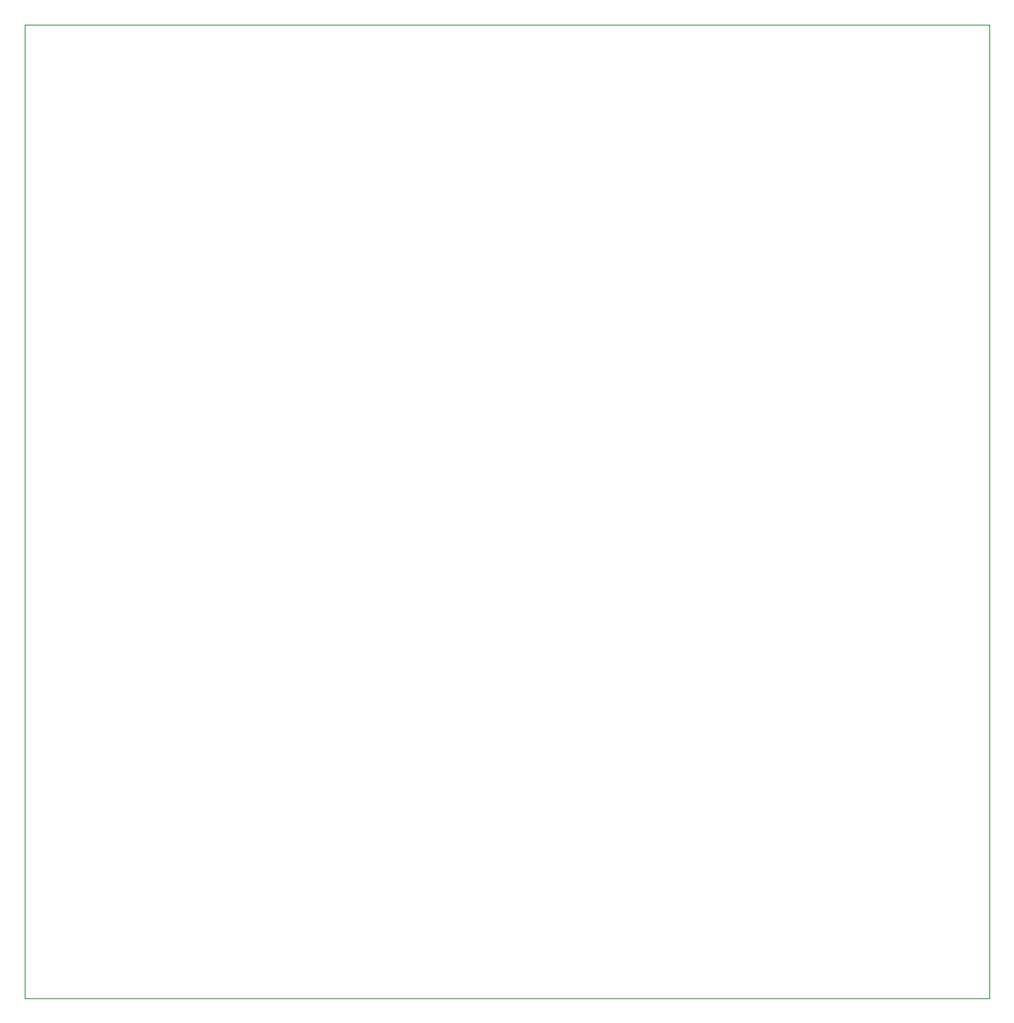
<source format=gm1>
%TF.GenerationSoftware,KiCad,Pcbnew,9.0.0*%
%TF.CreationDate,2025-03-15T18:59:56+01:00*%
%TF.ProjectId,farming_project,6661726d-696e-4675-9f70-726f6a656374,rev?*%
%TF.SameCoordinates,Original*%
%TF.FileFunction,Profile,NP*%
%FSLAX46Y46*%
G04 Gerber Fmt 4.6, Leading zero omitted, Abs format (unit mm)*
G04 Created by KiCad (PCBNEW 9.0.0) date 2025-03-15 18:59:56*
%MOMM*%
%LPD*%
G01*
G04 APERTURE LIST*
%TA.AperFunction,Profile*%
%ADD10C,0.050000*%
%TD*%
G04 APERTURE END LIST*
D10*
X100600000Y-39300000D02*
X100800000Y-39300000D01*
X100600000Y-139500000D02*
X100600000Y-39300000D01*
X199900000Y-139500000D02*
X100600000Y-139500000D01*
X199900000Y-39300000D02*
X199900000Y-139500000D01*
X100800000Y-39300000D02*
X199900000Y-39300000D01*
M02*

</source>
